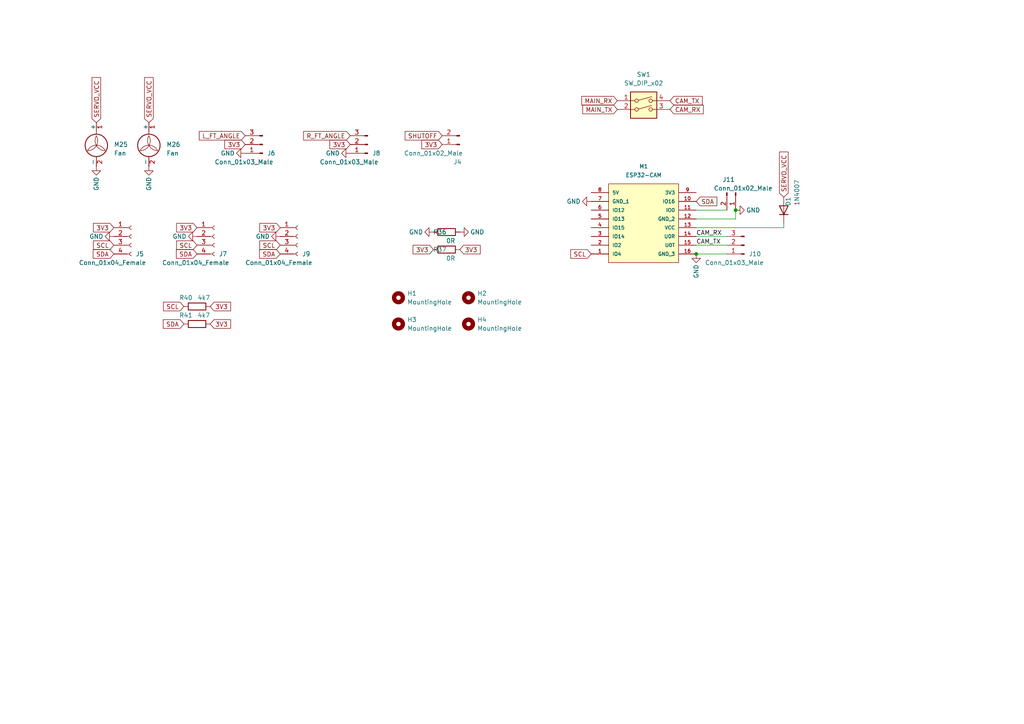
<source format=kicad_sch>
(kicad_sch (version 20230121) (generator eeschema)
  (paper "A4")
  (lib_symbols
    (symbol "Ben_modules:ESP32-CAM" (pin_names (offset 1.016))
      (property "Reference" "M" (at -1.905 13.335 0))
      (property "Value" "ESP32-CAM" (at -5.08 11.43 0))
      (symbol "ESP32-CAM_1_1"
        (rectangle (start -10.16 11.43) (end 10.16 -11.43) (fill (type background)))
        (pin bidirectional line (at -15.24 -8.89 0) (length 5.08) (name "IO4") (number "1"))
        (pin bidirectional line (at 15.24 6.35 180) (length 5.08) (name "IO16") (number "10"))
        (pin bidirectional line (at 15.24 3.81 180) (length 5.08) (name "IO0") (number "11"))
        (pin bidirectional line (at 15.24 1.27 180) (length 5.08) (name "GND_2") (number "12"))
        (pin bidirectional line (at 15.24 -1.27 180) (length 5.08) (name "VCC") (number "13"))
        (pin bidirectional line (at 15.24 -3.81 180) (length 5.08) (name "U0R") (number "14"))
        (pin bidirectional line (at 15.24 -6.35 180) (length 5.08) (name "U0T") (number "15"))
        (pin bidirectional line (at 15.24 -8.89 180) (length 5.08) (name "GND_3") (number "16"))
        (pin bidirectional line (at -15.24 -6.35 0) (length 5.08) (name "IO2") (number "2"))
        (pin bidirectional line (at -15.24 -3.81 0) (length 5.08) (name "IO14") (number "3"))
        (pin bidirectional line (at -15.24 -1.27 0) (length 5.08) (name "IO15") (number "4"))
        (pin bidirectional line (at -15.24 1.27 0) (length 5.08) (name "IO13") (number "5"))
        (pin bidirectional line (at -15.24 3.81 0) (length 5.08) (name "IO12") (number "6"))
        (pin bidirectional line (at -15.24 6.35 0) (length 5.08) (name "GND_1") (number "7"))
        (pin bidirectional line (at -15.24 8.89 0) (length 5.08) (name "5V") (number "8"))
        (pin bidirectional line (at 15.24 8.89 180) (length 5.08) (name "3V3") (number "9"))
      )
    )
    (symbol "Connector:Conn_01x02_Male" (pin_names (offset 1.016) hide)
      (property "Reference" "J" (at 0 2.54 0))
      (property "Value" "Conn_01x02_Male" (at 0 -5.08 0))
      (symbol "Conn_01x02_Male_1_1"
        (polyline (pts (xy 1.27 -2.54) (xy 0.8636 -2.54)) (stroke (width 0.1524)))
        (polyline (pts (xy 1.27 0) (xy 0.8636 0)) (stroke (width 0.1524)))
        (rectangle (start 0.8636 -2.413) (end 0 -2.667) (stroke (width 0.1524)) (fill (type outline)))
        (rectangle (start 0.8636 0.127) (end 0 -0.127) (stroke (width 0.1524)) (fill (type outline)))
        (pin passive line (at 5.08 0 180) (length 3.81) (name "Pin_1") (number "1"))
        (pin passive line (at 5.08 -2.54 180) (length 3.81) (name "Pin_2") (number "2"))
      )
    )
    (symbol "Connector:Conn_01x03_Male" (pin_names (offset 1.016) hide)
      (property "Reference" "J" (at 0 5.08 0))
      (property "Value" "Conn_01x03_Male" (at 0 -5.08 0))
      (symbol "Conn_01x03_Male_1_1"
        (polyline (pts (xy 1.27 -2.54) (xy 0.8636 -2.54)) (stroke (width 0.1524)))
        (polyline (pts (xy 1.27 0) (xy 0.8636 0)) (stroke (width 0.1524)))
        (polyline (pts (xy 1.27 2.54) (xy 0.8636 2.54)) (stroke (width 0.1524)))
        (rectangle (start 0.8636 -2.413) (end 0 -2.667) (stroke (width 0.1524)) (fill (type outline)))
        (rectangle (start 0.8636 0.127) (end 0 -0.127) (stroke (width 0.1524)) (fill (type outline)))
        (rectangle (start 0.8636 2.667) (end 0 2.413) (stroke (width 0.1524)) (fill (type outline)))
        (pin passive line (at 5.08 2.54 180) (length 3.81) (name "Pin_1") (number "1"))
        (pin passive line (at 5.08 0 180) (length 3.81) (name "Pin_2") (number "2"))
        (pin passive line (at 5.08 -2.54 180) (length 3.81) (name "Pin_3") (number "3"))
      )
    )
    (symbol "Connector:Conn_01x04_Female" (pin_names (offset 1.016) hide)
      (property "Reference" "J" (at 0 5.08 0))
      (property "Value" "Conn_01x04_Female" (at 0 -7.62 0))
      (symbol "Conn_01x04_Female_1_1"
        (arc (start 0 -4.572) (mid -0.5058 -5.08) (end 0 -5.588) (stroke (width 0.1524)))
        (arc (start 0 -2.032) (mid -0.5058 -2.54) (end 0 -3.048) (stroke (width 0.1524)))
        (polyline (pts (xy -1.27 -5.08) (xy -0.508 -5.08)) (stroke (width 0.1524)))
        (polyline (pts (xy -1.27 -2.54) (xy -0.508 -2.54)) (stroke (width 0.1524)))
        (polyline (pts (xy -1.27 0) (xy -0.508 0)) (stroke (width 0.1524)))
        (polyline (pts (xy -1.27 2.54) (xy -0.508 2.54)) (stroke (width 0.1524)))
        (arc (start 0 0.508) (mid -0.5058 0) (end 0 -0.508) (stroke (width 0.1524)))
        (arc (start 0 3.048) (mid -0.5058 2.54) (end 0 2.032) (stroke (width 0.1524)))
        (pin passive line (at -5.08 2.54 0) (length 3.81) (name "Pin_1") (number "1"))
        (pin passive line (at -5.08 0 0) (length 3.81) (name "Pin_2") (number "2"))
        (pin passive line (at -5.08 -2.54 0) (length 3.81) (name "Pin_3") (number "3"))
        (pin passive line (at -5.08 -5.08 0) (length 3.81) (name "Pin_4") (number "4"))
      )
    )
    (symbol "Device:R" (pin_numbers hide) (pin_names (offset 0))
      (property "Reference" "R" (at 2.032 0 90))
      (property "Value" "R" (at 0 0 90))
      (symbol "R_0_1"
        (rectangle (start -1.016 -2.54) (end 1.016 2.54) (stroke (width 0.254)))
      )
      (symbol "R_1_1"
        (pin passive line (at 0 3.81 270) (length 1.27) (name "~") (number "1"))
        (pin passive line (at 0 -3.81 90) (length 1.27) (name "~") (number "2"))
      )
    )
    (symbol "Diode:1N4007" (pin_numbers hide) (pin_names (offset 1.016) hide)
      (property "Reference" "D" (at 0 2.54 0))
      (property "Value" "1N4007" (at 0 -2.54 0))
      (symbol "1N4007_0_1"
        (polyline (pts (xy -1.27 1.27) (xy -1.27 -1.27)) (stroke (width 0.254)))
        (polyline (pts (xy 1.27 0) (xy -1.27 0)))
        (polyline (pts (xy 1.27 1.27) (xy 1.27 -1.27) (xy -1.27 0) (xy 1.27 1.27)) (stroke (width 0.254)))
      )
      (symbol "1N4007_1_1"
        (pin passive line (at -3.81 0 0) (length 2.54) (name "K") (number "1"))
        (pin passive line (at 3.81 0 180) (length 2.54) (name "A") (number "2"))
      )
    )
    (symbol "Mechanical:MountingHole" (pin_names (offset 1.016))
      (property "Reference" "H" (at 0 5.08 0))
      (property "Value" "MountingHole" (at 0 3.175 0))
      (symbol "MountingHole_0_1"
        (circle (center 0 0) (radius 1.27) (stroke (width 1.27)))
      )
    )
    (symbol "Motor:Fan" (pin_names (offset 0))
      (property "Reference" "M" (at 2.54 5.08 0))
      (property "Value" "Fan" (at 2.54 -2.54 0))
      (symbol "Fan_0_1"
        (arc (start -2.54 -0.508) (mid 0.0028 0.9121) (end 0 3.81))
        (polyline (pts (xy 0 -5.08) (xy 0 -4.572)))
        (polyline (pts (xy 0 -2.2352) (xy 0 -2.6416)))
        (polyline (pts (xy 0 4.2672) (xy 0 4.6228)))
        (polyline (pts (xy 0 4.572) (xy 0 5.08)))
        (circle (center 0 1.016) (radius 3.2512) (stroke (width 0.254)))
        (arc (start 0 3.81) (mid 0.053 0.921) (end 2.54 -0.508))
        (arc (start 2.54 -0.508) (mid 0 1.0618) (end -2.54 -0.508))
      )
      (symbol "Fan_1_1"
        (pin passive line (at 0 7.62 270) (length 2.54) (name "+") (number "1"))
        (pin passive line (at 0 -5.08 90) (length 2.54) (name "-") (number "2"))
      )
    )
    (symbol "Switch:SW_DIP_x02" (pin_names (offset 0) hide)
      (property "Reference" "SW" (at 0 6.35 0))
      (property "Value" "SW_DIP_x02" (at 0 -3.81 0))
      (symbol "SW_DIP_x02_0_0"
        (circle (center -2.032 0) (radius 0.508))
        (circle (center -2.032 2.54) (radius 0.508))
        (polyline (pts (xy -1.524 0.127) (xy 2.3622 1.1684)))
        (polyline (pts (xy -1.524 2.667) (xy 2.3622 3.7084)))
        (circle (center 2.032 0) (radius 0.508))
        (circle (center 2.032 2.54) (radius 0.508))
      )
      (symbol "SW_DIP_x02_0_1"
        (rectangle (start -3.81 5.08) (end 3.81 -2.54) (stroke (width 0.254)) (fill (type background)))
      )
      (symbol "SW_DIP_x02_1_1"
        (pin passive line (at -7.62 2.54 0) (length 5.08) (name "~") (number "1"))
        (pin passive line (at -7.62 0 0) (length 5.08) (name "~") (number "2"))
        (pin passive line (at 7.62 0 180) (length 5.08) (name "~") (number "3"))
        (pin passive line (at 7.62 2.54 180) (length 5.08) (name "~") (number "4"))
      )
    )
    (symbol "power:GND" (power) (pin_names (offset 0))
      (property "Value" "GND" (at 0 -3.81 0))
      (symbol "GND_0_1"
        (polyline (pts (xy 0 0) (xy 0 -1.27) (xy 1.27 -1.27) (xy 0 -2.54) (xy -1.27 -1.27) (xy 0 -1.27)))
      )
      (symbol "GND_1_1"
        (pin power_in line (at 0 0 270) (length 0) hide (name "GND") (number "1"))
      )
    )
  )
  (junction (at 201.93 73.66))
  (junction (at 213.36 60.96))
  (wire (pts (xy 210.82 68.58) (xy 201.93 68.58)))
  (wire (pts (xy 201.93 73.66) (xy 210.82 73.66)))
  (wire (pts (xy 227.33 64.77) (xy 227.33 66.04)))
  (wire (pts (xy 201.93 66.04) (xy 227.33 66.04)))
  (wire (pts (xy 210.82 71.12) (xy 201.93 71.12)))
  (wire (pts (xy 201.93 60.96) (xy 210.82 60.96)))
  (wire (pts (xy 213.36 63.5) (xy 213.36 60.96)))
  (wire (pts (xy 201.93 63.5) (xy 213.36 63.5)))
  (label "CAM_RX" (at 201.93 68.58 0))
  (label "CAM_TX" (at 201.93 71.12 0))
  (global_label "SERVO_VCC" (shape input) (at 27.94 35.56 90) (property "Intersheetrefs" "${INTERSHEET_REFS}" (effects hide)))
  (global_label "3V3" (shape input) (at 133.35 72.39 0) (property "Intersheetrefs" "${INTERSHEET_REFS}" (effects hide)))
  (global_label "3V3" (shape input) (at 125.73 72.39 180) (property "Intersheetrefs" "${INTERSHEET_REFS}" (effects hide)))
  (global_label "R_FT_ANGLE" (shape input) (at 101.6 39.37 180) (property "Intersheetrefs" "${INTERSHEET_REFS}" (effects hide)))
  (global_label "SDA" (shape input) (at 57.15 73.66 180) (property "Intersheetrefs" "${INTERSHEET_REFS}" (effects hide)))
  (global_label "L_FT_ANGLE" (shape input) (at 71.12 39.37 180) (property "Intersheetrefs" "${INTERSHEET_REFS}" (effects hide)))
  (global_label "3V3" (shape input) (at 60.96 93.98 0) (property "Intersheetrefs" "${INTERSHEET_REFS}" (effects hide)))
  (global_label "MAIN_RX" (shape input) (at 179.07 29.21 180) (property "Intersheetrefs" "${INTERSHEET_REFS}" (effects hide)))
  (global_label "SERVO_VCC" (shape input) (at 227.33 57.15 90) (property "Intersheetrefs" "${INTERSHEET_REFS}" (effects hide)))
  (global_label "SCL" (shape input) (at 57.15 71.12 180) (property "Intersheetrefs" "${INTERSHEET_REFS}" (effects hide)))
  (global_label "CAM_TX" (shape input) (at 194.31 29.21 0) (property "Intersheetrefs" "${INTERSHEET_REFS}" (effects hide)))
  (global_label "SCL" (shape input) (at 33.02 71.12 180) (property "Intersheetrefs" "${INTERSHEET_REFS}" (effects hide)))
  (global_label "SHUTOFF" (shape input) (at 128.27 39.37 180) (property "Intersheetrefs" "${INTERSHEET_REFS}" (effects hide)))
  (global_label "SDA" (shape input) (at 201.93 58.42 0) (property "Intersheetrefs" "${INTERSHEET_REFS}" (effects hide)))
  (global_label "SCL" (shape input) (at 81.28 71.12 180) (property "Intersheetrefs" "${INTERSHEET_REFS}" (effects hide)))
  (global_label "SDA" (shape input) (at 53.34 93.98 180) (property "Intersheetrefs" "${INTERSHEET_REFS}" (effects hide)))
  (global_label "SDA" (shape input) (at 33.02 73.66 180) (property "Intersheetrefs" "${INTERSHEET_REFS}" (effects hide)))
  (global_label "3V3" (shape input) (at 60.96 88.9 0) (property "Intersheetrefs" "${INTERSHEET_REFS}" (effects hide)))
  (global_label "SCL" (shape input) (at 53.34 88.9 180) (property "Intersheetrefs" "${INTERSHEET_REFS}" (effects hide)))
  (global_label "3V3" (shape input) (at 128.27 41.91 180) (property "Intersheetrefs" "${INTERSHEET_REFS}" (effects hide)))
  (global_label "SERVO_VCC" (shape input) (at 43.18 35.56 90) (property "Intersheetrefs" "${INTERSHEET_REFS}" (effects hide)))
  (global_label "3V3" (shape input) (at 81.28 66.04 180) (property "Intersheetrefs" "${INTERSHEET_REFS}" (effects hide)))
  (global_label "3V3" (shape input) (at 33.02 66.04 180) (property "Intersheetrefs" "${INTERSHEET_REFS}" (effects hide)))
  (global_label "3V3" (shape input) (at 71.12 41.91 180) (property "Intersheetrefs" "${INTERSHEET_REFS}" (effects hide)))
  (global_label "SCL" (shape input) (at 171.45 73.66 180) (property "Intersheetrefs" "${INTERSHEET_REFS}" (effects hide)))
  (global_label "SDA" (shape input) (at 81.28 73.66 180) (property "Intersheetrefs" "${INTERSHEET_REFS}" (effects hide)))
  (global_label "3V3" (shape input) (at 101.6 41.91 180) (property "Intersheetrefs" "${INTERSHEET_REFS}" (effects hide)))
  (global_label "CAM_RX" (shape input) (at 194.31 31.75 0) (property "Intersheetrefs" "${INTERSHEET_REFS}" (effects hide)))
  (global_label "MAIN_TX" (shape input) (at 179.07 31.75 180) (property "Intersheetrefs" "${INTERSHEET_REFS}" (effects hide)))
  (global_label "3V3" (shape input) (at 57.15 66.04 180) (property "Intersheetrefs" "${INTERSHEET_REFS}" (effects hide)))
  (symbol (lib_id "Mechanical:MountingHole") (at 135.89 86.36 0) (unit 1)
    (property "Reference" "H2" (at 138.43 85.0899 0) (effects (justify left)))
    (property "Value" "MountingHole" (at 138.43 87.6299 0) (effects (justify left)))
    (property "Footprint" "MountingHole:MountingHole_3.2mm_M3" (effects hide))
    (instances (project "HM_CENTRAL-01" (path "" (reference "H2") (unit 1)) (path "" (reference "H3") (unit 1))))
  )
  (symbol (lib_id "Connector:Conn_01x03_Male") (at 76.2 41.91 180) (unit 1)
    (property "Reference" "J6" (at 77.47 44.45 0) (effects (justify right)))
    (property "Value" "Conn_01x03_Male" (at 62.23 46.99 0) (effects (justify right)))
    (property "Footprint" "Connector_PinHeader_2.54mm:PinHeader_1x03_P2.54mm_Vertical" (effects hide))
    (instances (project "HM_CENTRAL-01" (path "" (reference "J6") (unit 1)) (path "" (reference "J4") (unit 1))))
  )
  (symbol (lib_id "power:GND") (at 43.18 48.26 0) (unit 1)
    (property "Reference" "#PWR0133" (effects hide))
    (property "Value" "GND" (at 43.18 53.34 90))
    (instances (project "HM_CENTRAL-01" (path "" (reference "#PWR0133") (unit 1)) (path "" (reference "#PWR02") (unit 1))))
  )
  (symbol (lib_id "power:GND") (at 125.73 67.31 270) (unit 1)
    (property "Reference" "#PWR0128" (effects hide))
    (property "Value" "GND" (at 120.65 67.31 90))
    (instances (project "HM_CENTRAL-01" (path "" (reference "#PWR0128") (unit 1)) (path "" (reference "#PWR012") (unit 1))))
  )
  (symbol (lib_id "power:GND") (at 171.45 58.42 270) (unit 1)
    (property "Reference" "#PWR0117" (effects hide))
    (property "Value" "GND" (at 166.37 58.42 90))
    (instances (project "HM_CENTRAL-01" (path "" (reference "#PWR0117") (unit 1)) (path "" (reference "#PWR014") (unit 1))))
  )
  (symbol (lib_id "Mechanical:MountingHole") (at 135.89 93.98 0) (unit 1)
    (property "Reference" "H4" (at 138.43 92.7099 0) (effects (justify left)))
    (property "Value" "MountingHole" (at 138.43 95.2499 0) (effects (justify left)))
    (property "Footprint" "MountingHole:MountingHole_3.2mm_M3" (effects hide))
  )
  (symbol (lib_id "power:GND") (at 27.94 48.26 0) (unit 1)
    (property "Reference" "#PWR0132" (effects hide))
    (property "Value" "GND" (at 27.94 53.34 90))
    (instances (project "HM_CENTRAL-01" (path "" (reference "#PWR0132") (unit 1)) (path "" (reference "#PWR01") (unit 1))))
  )
  (symbol (lib_id "Device:R") (at 57.15 93.98 90) (unit 1)
    (property "Reference" "R41" (at 55.88 91.44 90) (effects (justify left)))
    (property "Value" "4k7" (at 60.96 91.44 90) (effects (justify left)))
    (property "Footprint" "Resistor_THT:R_Axial_DIN0207_L6.3mm_D2.5mm_P7.62mm_Horizontal" (effects hide))
    (instances (project "HM_CENTRAL-01" (path "" (reference "R41") (unit 1)) (path "" (reference "R39") (unit 1))))
  )
  (symbol (lib_id "Switch:SW_DIP_x02") (at 186.69 31.75 0) (unit 1)
    (property "Reference" "SW1" (at 186.69 21.59 0))
    (property "Value" "SW_DIP_x02" (at 186.69 24.13 0))
    (property "Footprint" "Button_Switch_THT:SW_DIP_SPSTx02_Slide_9.78x7.26mm_W7.62mm_P2.54mm" (effects hide))
  )
  (symbol (lib_id "Motor:Fan") (at 43.18 43.18 0) (unit 1)
    (property "Reference" "M26" (at 48.26 41.9099 0) (effects (justify left)))
    (property "Value" "Fan" (at 48.26 44.4499 0) (effects (justify left)))
    (property "Footprint" "Connector_PinHeader_2.54mm:PinHeader_1x02_P2.54mm_Vertical" (effects hide))
  )
  (symbol (lib_id "Connector:Conn_01x02_Male") (at 213.36 55.88 270) (unit 1)
    (property "Reference" "J11" (at 209.55 52.07 90) (effects (justify left)))
    (property "Value" "Conn_01x02_Male" (at 207.01 54.61 90) (effects (justify left)))
    (property "Footprint" "Connector_PinHeader_2.54mm:PinHeader_1x02_P2.54mm_Vertical" (effects hide))
    (instances (project "HM_CENTRAL-01" (path "" (reference "J11") (unit 1)) (path "" (reference "J10") (unit 1))))
  )
  (symbol (lib_id "Connector:Conn_01x02_Male") (at 133.35 41.91 180) (unit 1)
    (property "Reference" "J4" (at 132.715 46.99 0))
    (property "Value" "Conn_01x02_Male" (at 125.73 44.45 0))
    (property "Footprint" "Connector_PinHeader_2.54mm:PinHeader_1x02_P2.54mm_Vertical" (effects hide))
    (instances (project "HM_CENTRAL-01" (path "" (reference "J4") (unit 1)) (path "" (reference "J6") (unit 1))))
  )
  (symbol (lib_id "power:GND") (at 81.28 68.58 270) (unit 1)
    (property "Reference" "#PWR0105" (effects hide))
    (property "Value" "GND" (at 76.2 68.58 90))
    (instances (project "HM_CENTRAL-01" (path "" (reference "#PWR0105") (unit 1)) (path "" (reference "#PWR011") (unit 1))))
  )
  (symbol (lib_id "Connector:Conn_01x03_Male") (at 215.9 71.12 180) (unit 1)
    (property "Reference" "J10" (at 217.17 73.66 0) (effects (justify right)))
    (property "Value" "Conn_01x03_Male" (at 204.47 76.2 0) (effects (justify right)))
    (property "Footprint" "Connector_PinHeader_2.54mm:PinHeader_1x03_P2.54mm_Vertical" (effects hide))
    (instances (project "HM_CENTRAL-01" (path "" (reference "J10") (unit 1)) (path "" (reference "J11") (unit 1))))
  )
  (symbol (lib_id "Device:R") (at 57.15 88.9 90) (unit 1)
    (property "Reference" "R40" (at 55.88 86.36 90) (effects (justify left)))
    (property "Value" "4k7" (at 60.96 86.36 90) (effects (justify left)))
    (property "Footprint" "Resistor_THT:R_Axial_DIN0207_L6.3mm_D2.5mm_P7.62mm_Horizontal" (effects hide))
    (instances (project "HM_CENTRAL-01" (path "" (reference "R40") (unit 1)) (path "" (reference "R38") (unit 1))))
  )
  (symbol (lib_id "Connector:Conn_01x04_Female") (at 86.36 68.58 0) (unit 1)
    (property "Reference" "J9" (at 87.63 73.66 0) (effects (justify left)))
    (property "Value" "Conn_01x04_Female" (at 71.12 76.2 0) (effects (justify left)))
    (property "Footprint" "Connector_PinHeader_2.54mm:PinHeader_1x04_P2.54mm_Vertical" (effects hide))
  )
  (symbol (lib_id "Connector:Conn_01x04_Female") (at 62.23 68.58 0) (unit 1)
    (property "Reference" "J7" (at 63.5 73.66 0) (effects (justify left)))
    (property "Value" "Conn_01x04_Female" (at 46.99 76.2 0) (effects (justify left)))
    (property "Footprint" "Connector_PinHeader_2.54mm:PinHeader_1x04_P2.54mm_Vertical" (effects hide))
    (instances (project "HM_CENTRAL-01" (path "" (reference "J7") (unit 1)) (path "" (reference "J8") (unit 1))))
  )
  (symbol (lib_id "power:GND") (at 133.35 67.31 90) (unit 1)
    (property "Reference" "#PWR0130" (effects hide))
    (property "Value" "GND" (at 138.43 67.31 90))
    (instances (project "HM_CENTRAL-01" (path "" (reference "#PWR0130") (unit 1)) (path "" (reference "#PWR013") (unit 1))))
  )
  (symbol (lib_id "Mechanical:MountingHole") (at 115.57 86.36 0) (unit 1)
    (property "Reference" "H1" (at 118.11 85.0899 0) (effects (justify left)))
    (property "Value" "MountingHole" (at 118.11 87.6299 0) (effects (justify left)))
    (property "Footprint" "MountingHole:MountingHole_3.2mm_M3" (effects hide))
  )
  (symbol (lib_id "Connector:Conn_01x03_Male") (at 106.68 41.91 180) (unit 1)
    (property "Reference" "J8" (at 107.95 44.45 0) (effects (justify right)))
    (property "Value" "Conn_01x03_Male" (at 92.71 46.99 0) (effects (justify right)))
    (property "Footprint" "Connector_PinHeader_2.54mm:PinHeader_1x03_P2.54mm_Vertical" (effects hide))
    (instances (project "HM_CENTRAL-01" (path "" (reference "J8") (unit 1)) (path "" (reference "J5") (unit 1))))
  )
  (symbol (lib_id "Connector:Conn_01x04_Female") (at 38.1 68.58 0) (unit 1)
    (property "Reference" "J5" (at 39.37 73.66 0) (effects (justify left)))
    (property "Value" "Conn_01x04_Female" (at 22.86 76.2 0) (effects (justify left)))
    (property "Footprint" "Connector_PinHeader_2.54mm:PinHeader_1x04_P2.54mm_Vertical" (effects hide))
    (instances (project "HM_CENTRAL-01" (path "" (reference "J5") (unit 1)) (path "" (reference "J7") (unit 1))))
  )
  (symbol (lib_id "Ben_modules:ESP32-CAM") (at 186.69 64.77 0) (unit 1)
    (property "Reference" "M1" (at 186.69 48.26 0) (effects (font (size 1.143 1.143))))
    (property "Value" "ESP32-CAM" (at 186.69 50.8 0) (effects (font (size 1.143 1.143))))
    (property "Footprint" "Ben_modules:ESP32-CAM" (effects hide))
  )
  (symbol (lib_id "Diode:1N4007") (at 227.33 60.96 90) (unit 1)
    (property "Reference" "D1" (at 228.6 58.42 0))
    (property "Value" "1N4007" (at 231.14 55.88 0))
    (property "Footprint" "Diode_THT:D_DO-41_SOD81_P10.16mm_Horizontal" (effects hide))
    (property "Datasheet" "http://www.vishay.com/docs/88503/1n4001.pdf" (effects hide))
  )
  (symbol (lib_id "Device:R") (at 129.54 67.31 90) (unit 1)
    (property "Reference" "R36" (at 129.54 67.31 90) (effects (justify left)))
    (property "Value" "0R" (at 132.08 69.85 90) (effects (justify left)))
    (property "Footprint" "Ben_modules:SMD_JUMPER" (effects hide))
  )
  (symbol (lib_id "power:GND") (at 71.12 44.45 270) (unit 1)
    (property "Reference" "#PWR0114" (effects hide))
    (property "Value" "GND" (at 66.04 44.45 90))
    (instances (project "HM_CENTRAL-01" (path "" (reference "#PWR0114") (unit 1)) (path "" (reference "#PWR04") (unit 1))))
  )
  (symbol (lib_id "Motor:Fan") (at 27.94 43.18 0) (unit 1)
    (property "Reference" "M25" (at 33.02 41.9099 0) (effects (justify left)))
    (property "Value" "Fan" (at 33.02 44.4499 0) (effects (justify left)))
    (property "Footprint" "Connector_PinHeader_2.54mm:PinHeader_1x02_P2.54mm_Vertical" (effects hide))
  )
  (symbol (lib_id "Device:R") (at 129.54 72.39 90) (unit 1)
    (property "Reference" "R37" (at 129.54 72.39 90) (effects (justify left)))
    (property "Value" "0R" (at 132.08 74.93 90) (effects (justify left)))
    (property "Footprint" "Ben_modules:SMD_JUMPER" (effects hide))
  )
  (symbol (lib_id "Mechanical:MountingHole") (at 115.57 93.98 0) (unit 1)
    (property "Reference" "H3" (at 118.11 92.7099 0) (effects (justify left)))
    (property "Value" "MountingHole" (at 118.11 95.2499 0) (effects (justify left)))
    (property "Footprint" "MountingHole:MountingHole_3.2mm_M3" (effects hide))
    (instances (project "HM_CENTRAL-01" (path "" (reference "H3") (unit 1)) (path "" (reference "H2") (unit 1))))
  )
  (symbol (lib_id "power:GND") (at 213.36 60.96 90) (unit 1)
    (property "Reference" "#PWR0118" (effects hide))
    (property "Value" "GND" (at 218.44 60.96 90))
    (instances (project "HM_CENTRAL-01" (path "" (reference "#PWR0118") (unit 1)) (path "" (reference "#PWR016") (unit 1))))
  )
  (symbol (lib_id "power:GND") (at 201.93 73.66 0) (unit 1)
    (property "Reference" "#PWR0125" (effects hide))
    (property "Value" "GND" (at 201.93 78.74 90))
    (instances (project "HM_CENTRAL-01" (path "" (reference "#PWR0125") (unit 1)) (path "" (reference "#PWR015") (unit 1))))
  )
  (symbol (lib_id "power:GND") (at 57.15 68.58 270) (unit 1)
    (property "Reference" "#PWR0107" (effects hide))
    (property "Value" "GND" (at 52.07 68.58 90))
    (instances (project "HM_CENTRAL-01" (path "" (reference "#PWR0107") (unit 1)) (path "" (reference "#PWR010") (unit 1))))
  )
  (symbol (lib_id "power:GND") (at 33.02 68.58 270) (unit 1)
    (property "Reference" "#PWR0116" (effects hide))
    (property "Value" "GND" (at 27.94 68.58 90))
    (instances (project "HM_CENTRAL-01" (path "" (reference "#PWR0116") (unit 1)) (path "" (reference "#PWR08") (unit 1))))
  )
  (symbol (lib_id "power:GND") (at 101.6 44.45 270) (unit 1)
    (property "Reference" "#PWR0108" (effects hide))
    (property "Value" "GND" (at 96.52 44.45 90))
    (instances (project "HM_CENTRAL-01" (path "" (reference "#PWR0108") (unit 1)) (path "" (reference "#PWR06") (unit 1))))
  )
)
</source>
